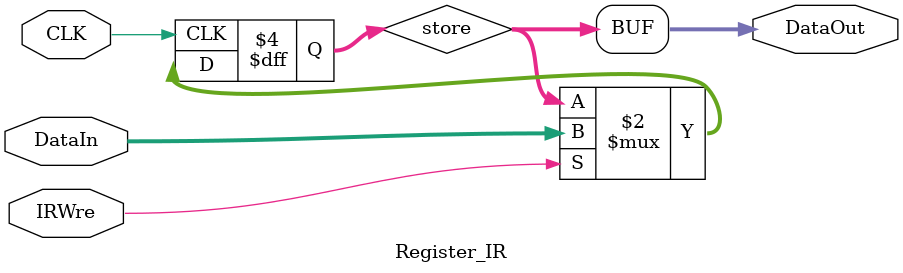
<source format=v>
`timescale 1ns / 1ps


module Register_IR(
    input IRWre,
    input CLK,
    input [31:0]DataIn,
    output [31:0]DataOut
    );
    reg [31:0]store;
    assign DataOut=store;
    always@(negedge CLK)
    begin
        if(IRWre) begin
            store<=DataIn; 
            //$display("IR-instruction: %h", store);
        end
    end
endmodule

</source>
